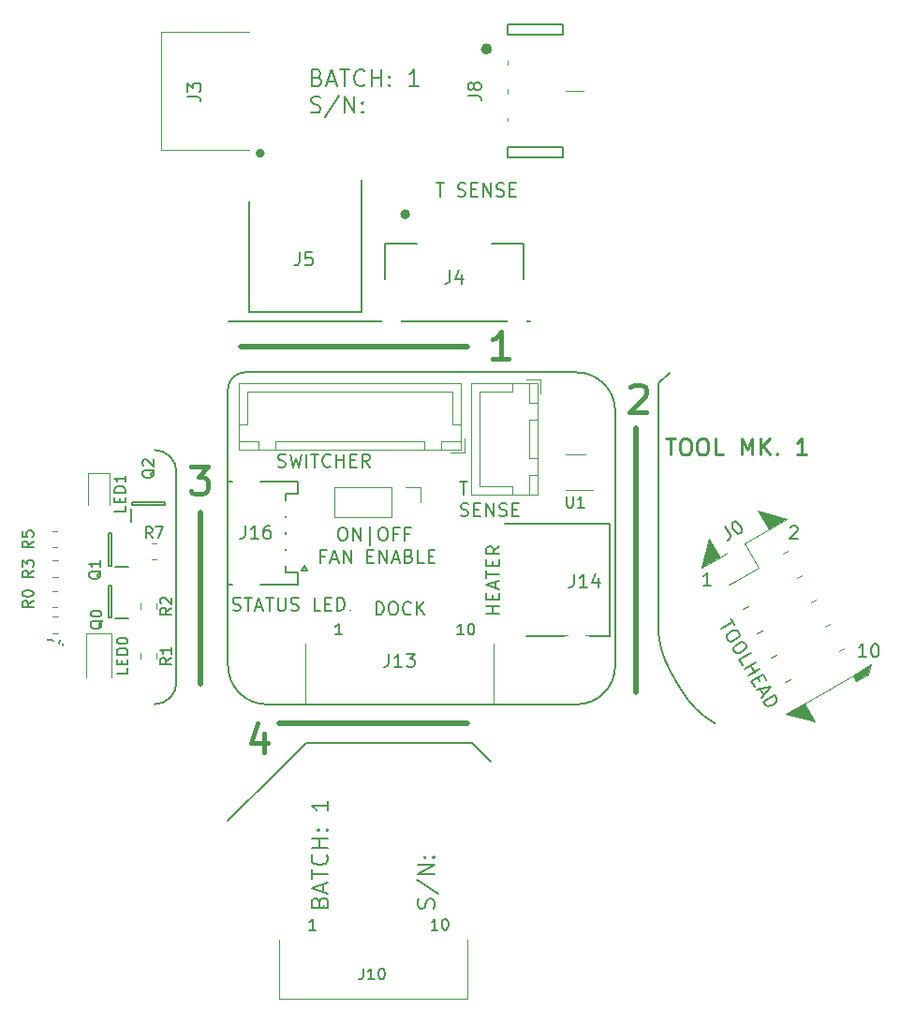
<source format=gbr>
%TF.GenerationSoftware,KiCad,Pcbnew,(5.1.9)-1*%
%TF.CreationDate,2021-02-18T14:55:37+00:00*%
%TF.ProjectId,toolboards - assembly_final,746f6f6c-626f-4617-9264-73202d206173,rev?*%
%TF.SameCoordinates,Original*%
%TF.FileFunction,Legend,Top*%
%TF.FilePolarity,Positive*%
%FSLAX46Y46*%
G04 Gerber Fmt 4.6, Leading zero omitted, Abs format (unit mm)*
G04 Created by KiCad (PCBNEW (5.1.9)-1) date 2021-02-18 14:55:37*
%MOMM*%
%LPD*%
G01*
G04 APERTURE LIST*
%ADD10C,0.400000*%
%ADD11C,0.500000*%
%ADD12C,0.160000*%
%ADD13C,0.150000*%
%ADD14C,0.250000*%
%ADD15C,0.120000*%
%ADD16C,0.200000*%
%ADD17C,0.100000*%
%ADD18R,1.200000X0.650000*%
%ADD19C,3.600000*%
%ADD20C,5.600000*%
%ADD21R,0.650000X1.200000*%
%ADD22R,3.000000X0.700000*%
%ADD23R,1.900000X1.100000*%
%ADD24R,2.200000X2.500000*%
%ADD25R,0.600000X1.800000*%
%ADD26R,1.560000X0.650000*%
%ADD27C,2.000000*%
%ADD28C,1.550000*%
%ADD29R,8.000000X1.800000*%
%ADD30C,2.475000*%
%ADD31R,2.475000X2.475000*%
%ADD32R,1.300000X4.500000*%
%ADD33R,1.800000X3.900000*%
%ADD34C,3.100000*%
%ADD35C,4.700000*%
%ADD36O,1.700000X1.700000*%
%ADD37R,1.700000X1.700000*%
%ADD38O,1.950000X1.700000*%
%ADD39O,1.700000X1.950000*%
%ADD40C,1.650000*%
%ADD41R,1.650000X1.650000*%
G04 APERTURE END LIST*
D10*
X143732190Y-100048285D02*
X143732190Y-101714952D01*
X143136952Y-99095904D02*
X142541714Y-100881619D01*
X144089333Y-100881619D01*
X137088666Y-75846952D02*
X138636285Y-75846952D01*
X137802952Y-76799333D01*
X138160095Y-76799333D01*
X138398190Y-76918380D01*
X138517238Y-77037428D01*
X138636285Y-77275523D01*
X138636285Y-77870761D01*
X138517238Y-78108857D01*
X138398190Y-78227904D01*
X138160095Y-78346952D01*
X137445809Y-78346952D01*
X137207714Y-78227904D01*
X137088666Y-78108857D01*
X176831714Y-68719047D02*
X176950761Y-68600000D01*
X177188857Y-68480952D01*
X177784095Y-68480952D01*
X178022190Y-68600000D01*
X178141238Y-68719047D01*
X178260285Y-68957142D01*
X178260285Y-69195238D01*
X178141238Y-69552380D01*
X176712666Y-70980952D01*
X178260285Y-70980952D01*
X165814285Y-66154952D02*
X164385714Y-66154952D01*
X165100000Y-66154952D02*
X165100000Y-63654952D01*
X164861904Y-64012095D01*
X164623809Y-64250190D01*
X164385714Y-64369238D01*
D11*
X162052000Y-99060000D02*
X145034000Y-99060000D01*
X137922000Y-95504000D02*
X137922000Y-80010000D01*
X141605000Y-65024000D02*
X162052000Y-65024000D01*
X177292000Y-72390000D02*
X177292000Y-96266000D01*
D12*
X143957000Y-97373000D02*
X171957000Y-97373000D01*
X171957000Y-67373000D02*
G75*
G02*
X175457000Y-70873000I0J-3500000D01*
G01*
X171957000Y-67373000D02*
X141957000Y-67373000D01*
X140457000Y-68873000D02*
G75*
G02*
X141957000Y-67373000I1500000J0D01*
G01*
X140462000Y-62738000D02*
X167762000Y-62738000D01*
D13*
X184111857Y-86623857D02*
X183426142Y-86623857D01*
X183769000Y-86623857D02*
X183769000Y-85423857D01*
X183654714Y-85595285D01*
X183540428Y-85709571D01*
X183426142Y-85766714D01*
D14*
X180010357Y-73321571D02*
X180867500Y-73321571D01*
X180438928Y-74821571D02*
X180438928Y-73321571D01*
X181653214Y-73321571D02*
X181938928Y-73321571D01*
X182081785Y-73393000D01*
X182224642Y-73535857D01*
X182296071Y-73821571D01*
X182296071Y-74321571D01*
X182224642Y-74607285D01*
X182081785Y-74750142D01*
X181938928Y-74821571D01*
X181653214Y-74821571D01*
X181510357Y-74750142D01*
X181367500Y-74607285D01*
X181296071Y-74321571D01*
X181296071Y-73821571D01*
X181367500Y-73535857D01*
X181510357Y-73393000D01*
X181653214Y-73321571D01*
X183224642Y-73321571D02*
X183510357Y-73321571D01*
X183653214Y-73393000D01*
X183796071Y-73535857D01*
X183867500Y-73821571D01*
X183867500Y-74321571D01*
X183796071Y-74607285D01*
X183653214Y-74750142D01*
X183510357Y-74821571D01*
X183224642Y-74821571D01*
X183081785Y-74750142D01*
X182938928Y-74607285D01*
X182867500Y-74321571D01*
X182867500Y-73821571D01*
X182938928Y-73535857D01*
X183081785Y-73393000D01*
X183224642Y-73321571D01*
X185224642Y-74821571D02*
X184510357Y-74821571D01*
X184510357Y-73321571D01*
X186867500Y-74821571D02*
X186867500Y-73321571D01*
X187367500Y-74393000D01*
X187867500Y-73321571D01*
X187867500Y-74821571D01*
X188581785Y-74821571D02*
X188581785Y-73321571D01*
X189438928Y-74821571D02*
X188796071Y-73964428D01*
X189438928Y-73321571D02*
X188581785Y-74178714D01*
X190081785Y-74678714D02*
X190153214Y-74750142D01*
X190081785Y-74821571D01*
X190010357Y-74750142D01*
X190081785Y-74678714D01*
X190081785Y-74821571D01*
X192724642Y-74821571D02*
X191867500Y-74821571D01*
X192296071Y-74821571D02*
X192296071Y-73321571D01*
X192153214Y-73535857D01*
X192010357Y-73678714D01*
X191867500Y-73750142D01*
D13*
X191300142Y-81347142D02*
X191357285Y-81290000D01*
X191471571Y-81232857D01*
X191757285Y-81232857D01*
X191871571Y-81290000D01*
X191928714Y-81347142D01*
X191985857Y-81461428D01*
X191985857Y-81575714D01*
X191928714Y-81747142D01*
X191243000Y-82432857D01*
X191985857Y-82432857D01*
X198145428Y-93100857D02*
X197459714Y-93100857D01*
X197802571Y-93100857D02*
X197802571Y-91900857D01*
X197688285Y-92072285D01*
X197574000Y-92186571D01*
X197459714Y-92243714D01*
X198888285Y-91900857D02*
X199002571Y-91900857D01*
X199116857Y-91958000D01*
X199174000Y-92015142D01*
X199231142Y-92129428D01*
X199288285Y-92358000D01*
X199288285Y-92643714D01*
X199231142Y-92872285D01*
X199174000Y-92986571D01*
X199116857Y-93043714D01*
X199002571Y-93100857D01*
X198888285Y-93100857D01*
X198774000Y-93043714D01*
X198716857Y-92986571D01*
X198659714Y-92872285D01*
X198602571Y-92643714D01*
X198602571Y-92358000D01*
X198659714Y-92129428D01*
X198716857Y-92015142D01*
X198774000Y-91958000D01*
X198888285Y-91900857D01*
X161374785Y-77234857D02*
X162060500Y-77234857D01*
X161717642Y-78434857D02*
X161717642Y-77234857D01*
X161489071Y-80327714D02*
X161660500Y-80384857D01*
X161946214Y-80384857D01*
X162060500Y-80327714D01*
X162117642Y-80270571D01*
X162174785Y-80156285D01*
X162174785Y-80042000D01*
X162117642Y-79927714D01*
X162060500Y-79870571D01*
X161946214Y-79813428D01*
X161717642Y-79756285D01*
X161603357Y-79699142D01*
X161546214Y-79642000D01*
X161489071Y-79527714D01*
X161489071Y-79413428D01*
X161546214Y-79299142D01*
X161603357Y-79242000D01*
X161717642Y-79184857D01*
X162003357Y-79184857D01*
X162174785Y-79242000D01*
X162689071Y-79756285D02*
X163089071Y-79756285D01*
X163260500Y-80384857D02*
X162689071Y-80384857D01*
X162689071Y-79184857D01*
X163260500Y-79184857D01*
X163774785Y-80384857D02*
X163774785Y-79184857D01*
X164460500Y-80384857D01*
X164460500Y-79184857D01*
X164974785Y-80327714D02*
X165146214Y-80384857D01*
X165431928Y-80384857D01*
X165546214Y-80327714D01*
X165603357Y-80270571D01*
X165660500Y-80156285D01*
X165660500Y-80042000D01*
X165603357Y-79927714D01*
X165546214Y-79870571D01*
X165431928Y-79813428D01*
X165203357Y-79756285D01*
X165089071Y-79699142D01*
X165031928Y-79642000D01*
X164974785Y-79527714D01*
X164974785Y-79413428D01*
X165031928Y-79299142D01*
X165089071Y-79242000D01*
X165203357Y-79184857D01*
X165489071Y-79184857D01*
X165660500Y-79242000D01*
X166174785Y-79756285D02*
X166574785Y-79756285D01*
X166746214Y-80384857D02*
X166174785Y-80384857D01*
X166174785Y-79184857D01*
X166746214Y-79184857D01*
X150698571Y-81384857D02*
X150927142Y-81384857D01*
X151041428Y-81442000D01*
X151155714Y-81556285D01*
X151212857Y-81784857D01*
X151212857Y-82184857D01*
X151155714Y-82413428D01*
X151041428Y-82527714D01*
X150927142Y-82584857D01*
X150698571Y-82584857D01*
X150584285Y-82527714D01*
X150470000Y-82413428D01*
X150412857Y-82184857D01*
X150412857Y-81784857D01*
X150470000Y-81556285D01*
X150584285Y-81442000D01*
X150698571Y-81384857D01*
X151727142Y-82584857D02*
X151727142Y-81384857D01*
X152412857Y-82584857D01*
X152412857Y-81384857D01*
X153270000Y-82984857D02*
X153270000Y-81270571D01*
X154355714Y-81384857D02*
X154584285Y-81384857D01*
X154698571Y-81442000D01*
X154812857Y-81556285D01*
X154870000Y-81784857D01*
X154870000Y-82184857D01*
X154812857Y-82413428D01*
X154698571Y-82527714D01*
X154584285Y-82584857D01*
X154355714Y-82584857D01*
X154241428Y-82527714D01*
X154127142Y-82413428D01*
X154070000Y-82184857D01*
X154070000Y-81784857D01*
X154127142Y-81556285D01*
X154241428Y-81442000D01*
X154355714Y-81384857D01*
X155784285Y-81956285D02*
X155384285Y-81956285D01*
X155384285Y-82584857D02*
X155384285Y-81384857D01*
X155955714Y-81384857D01*
X156812857Y-81956285D02*
X156412857Y-81956285D01*
X156412857Y-82584857D02*
X156412857Y-81384857D01*
X156984285Y-81384857D01*
X148708857Y-115242357D02*
X148780285Y-115028071D01*
X148851714Y-114956642D01*
X148994571Y-114885214D01*
X149208857Y-114885214D01*
X149351714Y-114956642D01*
X149423142Y-115028071D01*
X149494571Y-115170928D01*
X149494571Y-115742357D01*
X147994571Y-115742357D01*
X147994571Y-115242357D01*
X148066000Y-115099500D01*
X148137428Y-115028071D01*
X148280285Y-114956642D01*
X148423142Y-114956642D01*
X148566000Y-115028071D01*
X148637428Y-115099500D01*
X148708857Y-115242357D01*
X148708857Y-115742357D01*
X149066000Y-114313785D02*
X149066000Y-113599500D01*
X149494571Y-114456642D02*
X147994571Y-113956642D01*
X149494571Y-113456642D01*
X147994571Y-113170928D02*
X147994571Y-112313785D01*
X149494571Y-112742357D02*
X147994571Y-112742357D01*
X149351714Y-110956642D02*
X149423142Y-111028071D01*
X149494571Y-111242357D01*
X149494571Y-111385214D01*
X149423142Y-111599500D01*
X149280285Y-111742357D01*
X149137428Y-111813785D01*
X148851714Y-111885214D01*
X148637428Y-111885214D01*
X148351714Y-111813785D01*
X148208857Y-111742357D01*
X148066000Y-111599500D01*
X147994571Y-111385214D01*
X147994571Y-111242357D01*
X148066000Y-111028071D01*
X148137428Y-110956642D01*
X149494571Y-110313785D02*
X147994571Y-110313785D01*
X148708857Y-110313785D02*
X148708857Y-109456642D01*
X149494571Y-109456642D02*
X147994571Y-109456642D01*
X149351714Y-108742357D02*
X149423142Y-108670928D01*
X149494571Y-108742357D01*
X149423142Y-108813785D01*
X149351714Y-108742357D01*
X149494571Y-108742357D01*
X148566000Y-108742357D02*
X148637428Y-108670928D01*
X148708857Y-108742357D01*
X148637428Y-108813785D01*
X148566000Y-108742357D01*
X148708857Y-108742357D01*
X149494571Y-106099500D02*
X149494571Y-106956642D01*
X149494571Y-106528071D02*
X147994571Y-106528071D01*
X148208857Y-106670928D01*
X148351714Y-106813785D01*
X148423142Y-106956642D01*
X159023142Y-115813785D02*
X159094571Y-115599500D01*
X159094571Y-115242357D01*
X159023142Y-115099500D01*
X158951714Y-115028071D01*
X158808857Y-114956642D01*
X158666000Y-114956642D01*
X158523142Y-115028071D01*
X158451714Y-115099500D01*
X158380285Y-115242357D01*
X158308857Y-115528071D01*
X158237428Y-115670928D01*
X158166000Y-115742357D01*
X158023142Y-115813785D01*
X157880285Y-115813785D01*
X157737428Y-115742357D01*
X157666000Y-115670928D01*
X157594571Y-115528071D01*
X157594571Y-115170928D01*
X157666000Y-114956642D01*
X157523142Y-113242357D02*
X159451714Y-114528071D01*
X159094571Y-112742357D02*
X157594571Y-112742357D01*
X159094571Y-111885214D01*
X157594571Y-111885214D01*
X158951714Y-111170928D02*
X159023142Y-111099500D01*
X159094571Y-111170928D01*
X159023142Y-111242357D01*
X158951714Y-111170928D01*
X159094571Y-111170928D01*
X158166000Y-111170928D02*
X158237428Y-111099500D01*
X158308857Y-111170928D01*
X158237428Y-111242357D01*
X158166000Y-111170928D01*
X158308857Y-111170928D01*
X148528642Y-40729857D02*
X148742928Y-40801285D01*
X148814357Y-40872714D01*
X148885785Y-41015571D01*
X148885785Y-41229857D01*
X148814357Y-41372714D01*
X148742928Y-41444142D01*
X148600071Y-41515571D01*
X148028642Y-41515571D01*
X148028642Y-40015571D01*
X148528642Y-40015571D01*
X148671500Y-40087000D01*
X148742928Y-40158428D01*
X148814357Y-40301285D01*
X148814357Y-40444142D01*
X148742928Y-40587000D01*
X148671500Y-40658428D01*
X148528642Y-40729857D01*
X148028642Y-40729857D01*
X149457214Y-41087000D02*
X150171500Y-41087000D01*
X149314357Y-41515571D02*
X149814357Y-40015571D01*
X150314357Y-41515571D01*
X150600071Y-40015571D02*
X151457214Y-40015571D01*
X151028642Y-41515571D02*
X151028642Y-40015571D01*
X152814357Y-41372714D02*
X152742928Y-41444142D01*
X152528642Y-41515571D01*
X152385785Y-41515571D01*
X152171500Y-41444142D01*
X152028642Y-41301285D01*
X151957214Y-41158428D01*
X151885785Y-40872714D01*
X151885785Y-40658428D01*
X151957214Y-40372714D01*
X152028642Y-40229857D01*
X152171500Y-40087000D01*
X152385785Y-40015571D01*
X152528642Y-40015571D01*
X152742928Y-40087000D01*
X152814357Y-40158428D01*
X153457214Y-41515571D02*
X153457214Y-40015571D01*
X153457214Y-40729857D02*
X154314357Y-40729857D01*
X154314357Y-41515571D02*
X154314357Y-40015571D01*
X155028642Y-41372714D02*
X155100071Y-41444142D01*
X155028642Y-41515571D01*
X154957214Y-41444142D01*
X155028642Y-41372714D01*
X155028642Y-41515571D01*
X155028642Y-40587000D02*
X155100071Y-40658428D01*
X155028642Y-40729857D01*
X154957214Y-40658428D01*
X155028642Y-40587000D01*
X155028642Y-40729857D01*
X157671500Y-41515571D02*
X156814357Y-41515571D01*
X157242928Y-41515571D02*
X157242928Y-40015571D01*
X157100071Y-40229857D01*
X156957214Y-40372714D01*
X156814357Y-40444142D01*
X147957214Y-43844142D02*
X148171500Y-43915571D01*
X148528642Y-43915571D01*
X148671500Y-43844142D01*
X148742928Y-43772714D01*
X148814357Y-43629857D01*
X148814357Y-43487000D01*
X148742928Y-43344142D01*
X148671500Y-43272714D01*
X148528642Y-43201285D01*
X148242928Y-43129857D01*
X148100071Y-43058428D01*
X148028642Y-42987000D01*
X147957214Y-42844142D01*
X147957214Y-42701285D01*
X148028642Y-42558428D01*
X148100071Y-42487000D01*
X148242928Y-42415571D01*
X148600071Y-42415571D01*
X148814357Y-42487000D01*
X150528642Y-42344142D02*
X149242928Y-44272714D01*
X151028642Y-43915571D02*
X151028642Y-42415571D01*
X151885785Y-43915571D01*
X151885785Y-42415571D01*
X152600071Y-43772714D02*
X152671500Y-43844142D01*
X152600071Y-43915571D01*
X152528642Y-43844142D01*
X152600071Y-43772714D01*
X152600071Y-43915571D01*
X152600071Y-42987000D02*
X152671500Y-43058428D01*
X152600071Y-43129857D01*
X152528642Y-43058428D01*
X152600071Y-42987000D01*
X152600071Y-43129857D01*
D12*
X179336000Y-68375000D02*
X179336000Y-90185000D01*
X180336000Y-67375000D02*
X179336000Y-68375000D01*
X180475000Y-94435000D02*
X181375000Y-95994000D01*
X175457000Y-93873000D02*
X175457000Y-70873000D01*
X140457000Y-68873000D02*
X140457000Y-93873000D01*
X135797000Y-95373000D02*
X135797000Y-76373000D01*
X144957000Y-103377000D02*
X140457000Y-107877000D01*
X147500000Y-100834000D02*
X162487000Y-100834000D01*
X144957000Y-103377000D02*
X147500000Y-100834000D01*
X162487000Y-100834000D02*
X164237000Y-102584000D01*
X180474784Y-94435000D02*
G75*
G02*
X179336000Y-90185000I7361216J4250000D01*
G01*
X184486187Y-99105108D02*
G75*
G02*
X181375000Y-95994000I4249813J7361108D01*
G01*
X143957000Y-97373000D02*
G75*
G02*
X140457000Y-93873000I0J3500000D01*
G01*
X175457000Y-93873000D02*
G75*
G02*
X171957000Y-97373000I-3500000J0D01*
G01*
X135797000Y-95373000D02*
G75*
G02*
X133797000Y-97373000I-2000000J0D01*
G01*
X133797000Y-74373000D02*
G75*
G02*
X135797000Y-76373000I0J-2000000D01*
G01*
D15*
%TO.C,R0*%
X124589436Y-88594000D02*
X125043564Y-88594000D01*
X124589436Y-87124000D02*
X125043564Y-87124000D01*
%TO.C,R3*%
X125068064Y-84384000D02*
X124613936Y-84384000D01*
X125068064Y-85854000D02*
X124613936Y-85854000D01*
%TO.C,LED1*%
X127837000Y-76513000D02*
X127837000Y-79373000D01*
X129757000Y-76513000D02*
X127837000Y-76513000D01*
X129757000Y-79373000D02*
X129757000Y-76513000D01*
%TO.C,R1*%
X132527000Y-92765936D02*
X132527000Y-93220064D01*
X133997000Y-92765936D02*
X133997000Y-93220064D01*
%TO.C,LED0*%
X127662000Y-90913000D02*
X127662000Y-94973000D01*
X129932000Y-90913000D02*
X127662000Y-90913000D01*
X129932000Y-94973000D02*
X129932000Y-90913000D01*
D16*
%TO.C,Q0*%
X129897000Y-89499500D02*
X129697000Y-89499500D01*
X129697000Y-89499500D02*
X129697000Y-86599500D01*
X129697000Y-86599500D02*
X129897000Y-86599500D01*
X129897000Y-86599500D02*
X129897000Y-89499500D01*
X131447000Y-89584500D02*
X130247000Y-89584500D01*
D15*
%TO.C,R5*%
X125043564Y-81726500D02*
X124589436Y-81726500D01*
X125043564Y-83196500D02*
X124589436Y-83196500D01*
%TO.C,R4*%
X125068064Y-89464000D02*
X124613936Y-89464000D01*
X125068064Y-90934000D02*
X124613936Y-90934000D01*
%TO.C,R2*%
X133997000Y-88266936D02*
X133997000Y-88721064D01*
X132527000Y-88266936D02*
X132527000Y-88721064D01*
D16*
%TO.C,Q2*%
X131727000Y-80873000D02*
X131727000Y-79673000D01*
X134712000Y-79323000D02*
X131812000Y-79323000D01*
X134712000Y-79123000D02*
X134712000Y-79323000D01*
X131812000Y-79123000D02*
X134712000Y-79123000D01*
X131812000Y-79323000D02*
X131812000Y-79123000D01*
D15*
%TO.C,R7*%
X133542936Y-82806000D02*
X133997064Y-82806000D01*
X133542936Y-84276000D02*
X133997064Y-84276000D01*
D16*
%TO.C,Q1*%
X131447000Y-84908000D02*
X130247000Y-84908000D01*
X129897000Y-81923000D02*
X129897000Y-84823000D01*
X129697000Y-81923000D02*
X129897000Y-81923000D01*
X129697000Y-84823000D02*
X129697000Y-81923000D01*
X129897000Y-84823000D02*
X129697000Y-84823000D01*
%TO.C,J16*%
X145637000Y-80438000D02*
X145637000Y-80338000D01*
X145637000Y-81938000D02*
X145637000Y-81838000D01*
X145637000Y-83438000D02*
X145637000Y-83338000D01*
X145637000Y-78938000D02*
X145637000Y-78338000D01*
X145637000Y-85438000D02*
X145637000Y-84838000D01*
X145637000Y-78338000D02*
X146737000Y-78338000D01*
X146737000Y-78338000D02*
X146737000Y-77238000D01*
X143337000Y-77238000D02*
X146737000Y-77238000D01*
X145637000Y-85438000D02*
X146737000Y-85438000D01*
X140437000Y-77238000D02*
X140837000Y-77238000D01*
X143337000Y-86538000D02*
X146737000Y-86538000D01*
X140437000Y-77238000D02*
X140437000Y-86538000D01*
X140437000Y-86538000D02*
X140837000Y-86538000D01*
X146737000Y-85438000D02*
X146737000Y-86538000D01*
X147099000Y-85281000D02*
X147353000Y-84900000D01*
X147353000Y-84900000D02*
X147607000Y-85281000D01*
X147607000Y-85281000D02*
X147099000Y-85281000D01*
%TO.C,J13*%
X151506000Y-88873000D02*
G75*
G03*
X151506000Y-88873000I-50000J0D01*
G01*
D17*
X147456000Y-97323000D02*
X147456000Y-91923000D01*
X164456000Y-97323000D02*
X147456000Y-97323000D01*
X164456000Y-91923000D02*
X164456000Y-97323000D01*
%TO.C,J10*%
X162098000Y-118605000D02*
X162098000Y-124005000D01*
X162098000Y-124005000D02*
X145098000Y-124005000D01*
X145098000Y-124005000D02*
X145098000Y-118605000D01*
D16*
X149148000Y-115555000D02*
G75*
G03*
X149148000Y-115555000I-50000J0D01*
G01*
D15*
%TO.C,U1*%
X170958000Y-78039000D02*
X173408000Y-78039000D01*
X172758000Y-74819000D02*
X170958000Y-74819000D01*
D17*
%TO.C,J3*%
X142387000Y-47293000D02*
X134377000Y-47293000D01*
X134377000Y-47293000D02*
X134377000Y-36623000D01*
X134377000Y-36623000D02*
X142387000Y-36623000D01*
D10*
X143562000Y-47568000D02*
G75*
G03*
X143562000Y-47568000I-200000J0D01*
G01*
D11*
%TO.C,J8*%
X164072000Y-38148000D02*
G75*
G03*
X164072000Y-38148000I-254000J0D01*
G01*
D13*
X170763000Y-36878000D02*
X165763000Y-36878000D01*
X165763000Y-47038000D02*
X170763000Y-47038000D01*
X165763000Y-47958000D02*
X170763000Y-47958000D01*
X165763000Y-35958000D02*
X170763000Y-35958000D01*
X165763000Y-35958000D02*
X165763000Y-36878000D01*
X170763000Y-35958000D02*
X170763000Y-36878000D01*
X170763000Y-47038000D02*
X170763000Y-47958000D01*
X165763000Y-47038000D02*
X165763000Y-47958000D01*
D15*
X165763000Y-39258000D02*
X165763000Y-39558000D01*
X165752000Y-41758000D02*
X165752000Y-42158000D01*
X165763000Y-44358000D02*
X165763000Y-44658000D01*
X170952000Y-41958000D02*
X172552000Y-41958000D01*
D16*
%TO.C,J5*%
X142367000Y-51943000D02*
X142367000Y-61943000D01*
X142367000Y-61943000D02*
X152527000Y-61943000D01*
X152527000Y-61943000D02*
X152527000Y-49943000D01*
%TO.C,J4*%
X156409000Y-62763000D02*
X165409000Y-62763000D01*
X154659000Y-55763000D02*
X154659000Y-58956000D01*
X154659000Y-55763000D02*
X157521000Y-55763000D01*
X167159000Y-55763000D02*
X164300000Y-55763000D01*
X167159000Y-55763000D02*
X167159000Y-58956000D01*
D11*
X156664000Y-53086000D02*
G75*
G03*
X156664000Y-53086000I-200000J0D01*
G01*
D15*
%TO.C,JP1*%
X157827000Y-77766000D02*
X157827000Y-79096000D01*
X156497000Y-77766000D02*
X157827000Y-77766000D01*
X155227000Y-77766000D02*
X155227000Y-80426000D01*
X155227000Y-80426000D02*
X150087000Y-80426000D01*
X155227000Y-77766000D02*
X150087000Y-77766000D01*
X150087000Y-77766000D02*
X150087000Y-80426000D01*
D16*
%TO.C,J14*%
X167457000Y-91183000D02*
X174957000Y-91183000D01*
X174957000Y-91183000D02*
X174957000Y-81023000D01*
X174957000Y-81023000D02*
X165457000Y-81023000D01*
D15*
%TO.C,J15*%
X168417000Y-68313000D02*
X162447000Y-68313000D01*
X162447000Y-68313000D02*
X162447000Y-78433000D01*
X162447000Y-78433000D02*
X168417000Y-78433000D01*
X168417000Y-78433000D02*
X168417000Y-68313000D01*
X168407000Y-71623000D02*
X167657000Y-71623000D01*
X167657000Y-71623000D02*
X167657000Y-75123000D01*
X167657000Y-75123000D02*
X168407000Y-75123000D01*
X168407000Y-75123000D02*
X168407000Y-71623000D01*
X168407000Y-68323000D02*
X167657000Y-68323000D01*
X167657000Y-68323000D02*
X167657000Y-70123000D01*
X167657000Y-70123000D02*
X168407000Y-70123000D01*
X168407000Y-70123000D02*
X168407000Y-68323000D01*
X168407000Y-76623000D02*
X167657000Y-76623000D01*
X167657000Y-76623000D02*
X167657000Y-78423000D01*
X167657000Y-78423000D02*
X168407000Y-78423000D01*
X168407000Y-78423000D02*
X168407000Y-76623000D01*
X166157000Y-68323000D02*
X166157000Y-69073000D01*
X166157000Y-69073000D02*
X163207000Y-69073000D01*
X163207000Y-69073000D02*
X163207000Y-73373000D01*
X166157000Y-78423000D02*
X166157000Y-77673000D01*
X166157000Y-77673000D02*
X163207000Y-77673000D01*
X163207000Y-77673000D02*
X163207000Y-73373000D01*
X168707000Y-69273000D02*
X168707000Y-68023000D01*
X168707000Y-68023000D02*
X167457000Y-68023000D01*
%TO.C,J12*%
X161517000Y-74333000D02*
X161517000Y-68363000D01*
X161517000Y-68363000D02*
X141397000Y-68363000D01*
X141397000Y-68363000D02*
X141397000Y-74333000D01*
X141397000Y-74333000D02*
X161517000Y-74333000D01*
X158207000Y-74323000D02*
X158207000Y-73573000D01*
X158207000Y-73573000D02*
X144707000Y-73573000D01*
X144707000Y-73573000D02*
X144707000Y-74323000D01*
X144707000Y-74323000D02*
X158207000Y-74323000D01*
X161507000Y-74323000D02*
X161507000Y-73573000D01*
X161507000Y-73573000D02*
X159707000Y-73573000D01*
X159707000Y-73573000D02*
X159707000Y-74323000D01*
X159707000Y-74323000D02*
X161507000Y-74323000D01*
X143207000Y-74323000D02*
X143207000Y-73573000D01*
X143207000Y-73573000D02*
X141407000Y-73573000D01*
X141407000Y-73573000D02*
X141407000Y-74323000D01*
X141407000Y-74323000D02*
X143207000Y-74323000D01*
X161507000Y-72073000D02*
X160757000Y-72073000D01*
X160757000Y-72073000D02*
X160757000Y-69123000D01*
X160757000Y-69123000D02*
X151457000Y-69123000D01*
X141407000Y-72073000D02*
X142157000Y-72073000D01*
X142157000Y-72073000D02*
X142157000Y-69123000D01*
X142157000Y-69123000D02*
X151457000Y-69123000D01*
X160557000Y-74623000D02*
X161807000Y-74623000D01*
X161807000Y-74623000D02*
X161807000Y-73373000D01*
D17*
%TO.C,J0*%
G36*
X198347252Y-94655536D02*
G01*
X197247400Y-95290536D01*
X196929900Y-94740610D01*
X198579678Y-93788110D01*
X198347252Y-94655536D01*
G37*
X198347252Y-94655536D02*
X197247400Y-95290536D01*
X196929900Y-94740610D01*
X198579678Y-93788110D01*
X198347252Y-94655536D01*
G36*
X189309900Y-81542382D02*
G01*
X188357400Y-79892604D01*
X190959678Y-80589882D01*
X189309900Y-81542382D01*
G37*
X189309900Y-81542382D02*
X188357400Y-79892604D01*
X190959678Y-80589882D01*
X189309900Y-81542382D01*
G36*
X183260712Y-85034882D02*
G01*
X183957990Y-82432604D01*
X184910490Y-84082382D01*
X183260712Y-85034882D01*
G37*
X183260712Y-85034882D02*
X183957990Y-82432604D01*
X184910490Y-84082382D01*
X183260712Y-85034882D01*
G36*
X190880712Y-98233110D02*
G01*
X192530490Y-97280610D01*
X193482990Y-98930388D01*
X190880712Y-98233110D01*
G37*
X190880712Y-98233110D02*
X192530490Y-97280610D01*
X193482990Y-98930388D01*
X190880712Y-98233110D01*
D15*
X185570402Y-83701382D02*
X184910490Y-84082382D01*
X184910490Y-84082382D02*
X185570402Y-83701382D01*
X188380195Y-85012087D02*
X186180490Y-86282087D01*
X187110195Y-82812382D02*
X188380195Y-85012087D01*
X187110195Y-82812382D02*
X189309900Y-81542382D01*
X196929900Y-94740610D02*
X192530490Y-97280610D01*
X190579900Y-83742087D02*
X191019840Y-83488087D01*
X186180490Y-86282087D02*
X185740550Y-86536087D01*
X191849900Y-85941791D02*
X192289840Y-85687791D01*
X193119900Y-88141496D02*
X193559840Y-87887496D01*
X194389900Y-90341201D02*
X194829840Y-90087201D01*
X195659900Y-92540905D02*
X196099840Y-92286905D01*
X191260490Y-95080905D02*
X190820550Y-95334905D01*
X189990490Y-92881201D02*
X189550550Y-93135201D01*
X188720490Y-90681496D02*
X188280550Y-90935496D01*
X187450490Y-88481791D02*
X187010550Y-88735791D01*
%TO.C,R0*%
D13*
X122855880Y-88025666D02*
X122379690Y-88359000D01*
X122855880Y-88597095D02*
X121855880Y-88597095D01*
X121855880Y-88216142D01*
X121903500Y-88120904D01*
X121951119Y-88073285D01*
X122046357Y-88025666D01*
X122189214Y-88025666D01*
X122284452Y-88073285D01*
X122332071Y-88120904D01*
X122379690Y-88216142D01*
X122379690Y-88597095D01*
X121855880Y-87406619D02*
X121855880Y-87311380D01*
X121903500Y-87216142D01*
X121951119Y-87168523D01*
X122046357Y-87120904D01*
X122236833Y-87073285D01*
X122474928Y-87073285D01*
X122665404Y-87120904D01*
X122760642Y-87168523D01*
X122808261Y-87216142D01*
X122855880Y-87311380D01*
X122855880Y-87406619D01*
X122808261Y-87501857D01*
X122760642Y-87549476D01*
X122665404Y-87597095D01*
X122474928Y-87644714D01*
X122236833Y-87644714D01*
X122046357Y-87597095D01*
X121951119Y-87549476D01*
X121903500Y-87501857D01*
X121855880Y-87406619D01*
%TO.C,R3*%
X122880380Y-85285666D02*
X122404190Y-85619000D01*
X122880380Y-85857095D02*
X121880380Y-85857095D01*
X121880380Y-85476142D01*
X121928000Y-85380904D01*
X121975619Y-85333285D01*
X122070857Y-85285666D01*
X122213714Y-85285666D01*
X122308952Y-85333285D01*
X122356571Y-85380904D01*
X122404190Y-85476142D01*
X122404190Y-85857095D01*
X121880380Y-84952333D02*
X121880380Y-84333285D01*
X122261333Y-84666619D01*
X122261333Y-84523761D01*
X122308952Y-84428523D01*
X122356571Y-84380904D01*
X122451809Y-84333285D01*
X122689904Y-84333285D01*
X122785142Y-84380904D01*
X122832761Y-84428523D01*
X122880380Y-84523761D01*
X122880380Y-84809476D01*
X122832761Y-84904714D01*
X122785142Y-84952333D01*
%TO.C,LED1*%
X131174380Y-79453047D02*
X131174380Y-79929238D01*
X130174380Y-79929238D01*
X130650571Y-79119714D02*
X130650571Y-78786380D01*
X131174380Y-78643523D02*
X131174380Y-79119714D01*
X130174380Y-79119714D01*
X130174380Y-78643523D01*
X131174380Y-78214952D02*
X130174380Y-78214952D01*
X130174380Y-77976857D01*
X130222000Y-77834000D01*
X130317238Y-77738761D01*
X130412476Y-77691142D01*
X130602952Y-77643523D01*
X130745809Y-77643523D01*
X130936285Y-77691142D01*
X131031523Y-77738761D01*
X131126761Y-77834000D01*
X131174380Y-77976857D01*
X131174380Y-78214952D01*
X131174380Y-76691142D02*
X131174380Y-77262571D01*
X131174380Y-76976857D02*
X130174380Y-76976857D01*
X130317238Y-77072095D01*
X130412476Y-77167333D01*
X130460095Y-77262571D01*
%TO.C,R1*%
X135326380Y-93159666D02*
X134850190Y-93493000D01*
X135326380Y-93731095D02*
X134326380Y-93731095D01*
X134326380Y-93350142D01*
X134374000Y-93254904D01*
X134421619Y-93207285D01*
X134516857Y-93159666D01*
X134659714Y-93159666D01*
X134754952Y-93207285D01*
X134802571Y-93254904D01*
X134850190Y-93350142D01*
X134850190Y-93731095D01*
X135326380Y-92207285D02*
X135326380Y-92778714D01*
X135326380Y-92493000D02*
X134326380Y-92493000D01*
X134469238Y-92588238D01*
X134564476Y-92683476D01*
X134612095Y-92778714D01*
%TO.C,LED0*%
X131389380Y-94112047D02*
X131389380Y-94588238D01*
X130389380Y-94588238D01*
X130865571Y-93778714D02*
X130865571Y-93445380D01*
X131389380Y-93302523D02*
X131389380Y-93778714D01*
X130389380Y-93778714D01*
X130389380Y-93302523D01*
X131389380Y-92873952D02*
X130389380Y-92873952D01*
X130389380Y-92635857D01*
X130437000Y-92493000D01*
X130532238Y-92397761D01*
X130627476Y-92350142D01*
X130817952Y-92302523D01*
X130960809Y-92302523D01*
X131151285Y-92350142D01*
X131246523Y-92397761D01*
X131341761Y-92493000D01*
X131389380Y-92635857D01*
X131389380Y-92873952D01*
X130389380Y-91683476D02*
X130389380Y-91588238D01*
X130437000Y-91493000D01*
X130484619Y-91445380D01*
X130579857Y-91397761D01*
X130770333Y-91350142D01*
X131008428Y-91350142D01*
X131198904Y-91397761D01*
X131294142Y-91445380D01*
X131341761Y-91493000D01*
X131389380Y-91588238D01*
X131389380Y-91683476D01*
X131341761Y-91778714D01*
X131294142Y-91826333D01*
X131198904Y-91873952D01*
X131008428Y-91921571D01*
X130770333Y-91921571D01*
X130579857Y-91873952D01*
X130484619Y-91826333D01*
X130437000Y-91778714D01*
X130389380Y-91683476D01*
%TO.C,Q0*%
X129110619Y-89789738D02*
X129063000Y-89884976D01*
X128967761Y-89980214D01*
X128824904Y-90123071D01*
X128777285Y-90218309D01*
X128777285Y-90313547D01*
X129015380Y-90265928D02*
X128967761Y-90361166D01*
X128872523Y-90456404D01*
X128682047Y-90504023D01*
X128348714Y-90504023D01*
X128158238Y-90456404D01*
X128063000Y-90361166D01*
X128015380Y-90265928D01*
X128015380Y-90075452D01*
X128063000Y-89980214D01*
X128158238Y-89884976D01*
X128348714Y-89837357D01*
X128682047Y-89837357D01*
X128872523Y-89884976D01*
X128967761Y-89980214D01*
X129015380Y-90075452D01*
X129015380Y-90265928D01*
X128015380Y-89218309D02*
X128015380Y-89123071D01*
X128063000Y-89027833D01*
X128110619Y-88980214D01*
X128205857Y-88932595D01*
X128396333Y-88884976D01*
X128634428Y-88884976D01*
X128824904Y-88932595D01*
X128920142Y-88980214D01*
X128967761Y-89027833D01*
X129015380Y-89123071D01*
X129015380Y-89218309D01*
X128967761Y-89313547D01*
X128920142Y-89361166D01*
X128824904Y-89408785D01*
X128634428Y-89456404D01*
X128396333Y-89456404D01*
X128205857Y-89408785D01*
X128110619Y-89361166D01*
X128063000Y-89313547D01*
X128015380Y-89218309D01*
%TO.C,R5*%
X122855880Y-82628166D02*
X122379690Y-82961500D01*
X122855880Y-83199595D02*
X121855880Y-83199595D01*
X121855880Y-82818642D01*
X121903500Y-82723404D01*
X121951119Y-82675785D01*
X122046357Y-82628166D01*
X122189214Y-82628166D01*
X122284452Y-82675785D01*
X122332071Y-82723404D01*
X122379690Y-82818642D01*
X122379690Y-83199595D01*
X121855880Y-81723404D02*
X121855880Y-82199595D01*
X122332071Y-82247214D01*
X122284452Y-82199595D01*
X122236833Y-82104357D01*
X122236833Y-81866261D01*
X122284452Y-81771023D01*
X122332071Y-81723404D01*
X122427309Y-81675785D01*
X122665404Y-81675785D01*
X122760642Y-81723404D01*
X122808261Y-81771023D01*
X122855880Y-81866261D01*
X122855880Y-82104357D01*
X122808261Y-82199595D01*
X122760642Y-82247214D01*
%TO.C,R4*%
X124674333Y-92556380D02*
X124341000Y-92080190D01*
X124102904Y-92556380D02*
X124102904Y-91556380D01*
X124483857Y-91556380D01*
X124579095Y-91604000D01*
X124626714Y-91651619D01*
X124674333Y-91746857D01*
X124674333Y-91889714D01*
X124626714Y-91984952D01*
X124579095Y-92032571D01*
X124483857Y-92080190D01*
X124102904Y-92080190D01*
X125531476Y-91889714D02*
X125531476Y-92556380D01*
X125293380Y-91508761D02*
X125055285Y-92223047D01*
X125674333Y-92223047D01*
%TO.C,R2*%
X135326380Y-88660666D02*
X134850190Y-88994000D01*
X135326380Y-89232095D02*
X134326380Y-89232095D01*
X134326380Y-88851142D01*
X134374000Y-88755904D01*
X134421619Y-88708285D01*
X134516857Y-88660666D01*
X134659714Y-88660666D01*
X134754952Y-88708285D01*
X134802571Y-88755904D01*
X134850190Y-88851142D01*
X134850190Y-89232095D01*
X134421619Y-88279714D02*
X134374000Y-88232095D01*
X134326380Y-88136857D01*
X134326380Y-87898761D01*
X134374000Y-87803523D01*
X134421619Y-87755904D01*
X134516857Y-87708285D01*
X134612095Y-87708285D01*
X134754952Y-87755904D01*
X135326380Y-88327333D01*
X135326380Y-87708285D01*
%TO.C,Q2*%
X133809619Y-76143238D02*
X133762000Y-76238476D01*
X133666761Y-76333714D01*
X133523904Y-76476571D01*
X133476285Y-76571809D01*
X133476285Y-76667047D01*
X133714380Y-76619428D02*
X133666761Y-76714666D01*
X133571523Y-76809904D01*
X133381047Y-76857523D01*
X133047714Y-76857523D01*
X132857238Y-76809904D01*
X132762000Y-76714666D01*
X132714380Y-76619428D01*
X132714380Y-76428952D01*
X132762000Y-76333714D01*
X132857238Y-76238476D01*
X133047714Y-76190857D01*
X133381047Y-76190857D01*
X133571523Y-76238476D01*
X133666761Y-76333714D01*
X133714380Y-76428952D01*
X133714380Y-76619428D01*
X132809619Y-75809904D02*
X132762000Y-75762285D01*
X132714380Y-75667047D01*
X132714380Y-75428952D01*
X132762000Y-75333714D01*
X132809619Y-75286095D01*
X132904857Y-75238476D01*
X133000095Y-75238476D01*
X133142952Y-75286095D01*
X133714380Y-75857523D01*
X133714380Y-75238476D01*
%TO.C,R7*%
X133603333Y-82343380D02*
X133270000Y-81867190D01*
X133031904Y-82343380D02*
X133031904Y-81343380D01*
X133412857Y-81343380D01*
X133508095Y-81391000D01*
X133555714Y-81438619D01*
X133603333Y-81533857D01*
X133603333Y-81676714D01*
X133555714Y-81771952D01*
X133508095Y-81819571D01*
X133412857Y-81867190D01*
X133031904Y-81867190D01*
X133936666Y-81343380D02*
X134603333Y-81343380D01*
X134174761Y-82343380D01*
%TO.C,Q1*%
X128983619Y-85287238D02*
X128936000Y-85382476D01*
X128840761Y-85477714D01*
X128697904Y-85620571D01*
X128650285Y-85715809D01*
X128650285Y-85811047D01*
X128888380Y-85763428D02*
X128840761Y-85858666D01*
X128745523Y-85953904D01*
X128555047Y-86001523D01*
X128221714Y-86001523D01*
X128031238Y-85953904D01*
X127936000Y-85858666D01*
X127888380Y-85763428D01*
X127888380Y-85572952D01*
X127936000Y-85477714D01*
X128031238Y-85382476D01*
X128221714Y-85334857D01*
X128555047Y-85334857D01*
X128745523Y-85382476D01*
X128840761Y-85477714D01*
X128888380Y-85572952D01*
X128888380Y-85763428D01*
X128888380Y-84382476D02*
X128888380Y-84953904D01*
X128888380Y-84668190D02*
X127888380Y-84668190D01*
X128031238Y-84763428D01*
X128126476Y-84858666D01*
X128174095Y-84953904D01*
%TO.C,J16*%
X141985571Y-81215857D02*
X141985571Y-82073000D01*
X141928428Y-82244428D01*
X141814142Y-82358714D01*
X141642714Y-82415857D01*
X141528428Y-82415857D01*
X143185571Y-82415857D02*
X142499857Y-82415857D01*
X142842714Y-82415857D02*
X142842714Y-81215857D01*
X142728428Y-81387285D01*
X142614142Y-81501571D01*
X142499857Y-81558714D01*
X144214142Y-81215857D02*
X143985571Y-81215857D01*
X143871285Y-81273000D01*
X143814142Y-81330142D01*
X143699857Y-81501571D01*
X143642714Y-81730142D01*
X143642714Y-82187285D01*
X143699857Y-82301571D01*
X143757000Y-82358714D01*
X143871285Y-82415857D01*
X144099857Y-82415857D01*
X144214142Y-82358714D01*
X144271285Y-82301571D01*
X144328428Y-82187285D01*
X144328428Y-81901571D01*
X144271285Y-81787285D01*
X144214142Y-81730142D01*
X144099857Y-81673000D01*
X143871285Y-81673000D01*
X143757000Y-81730142D01*
X143699857Y-81787285D01*
X143642714Y-81901571D01*
X140892857Y-88858714D02*
X141064285Y-88915857D01*
X141350000Y-88915857D01*
X141464285Y-88858714D01*
X141521428Y-88801571D01*
X141578571Y-88687285D01*
X141578571Y-88573000D01*
X141521428Y-88458714D01*
X141464285Y-88401571D01*
X141350000Y-88344428D01*
X141121428Y-88287285D01*
X141007142Y-88230142D01*
X140950000Y-88173000D01*
X140892857Y-88058714D01*
X140892857Y-87944428D01*
X140950000Y-87830142D01*
X141007142Y-87773000D01*
X141121428Y-87715857D01*
X141407142Y-87715857D01*
X141578571Y-87773000D01*
X141921428Y-87715857D02*
X142607142Y-87715857D01*
X142264285Y-88915857D02*
X142264285Y-87715857D01*
X142950000Y-88573000D02*
X143521428Y-88573000D01*
X142835714Y-88915857D02*
X143235714Y-87715857D01*
X143635714Y-88915857D01*
X143864285Y-87715857D02*
X144550000Y-87715857D01*
X144207142Y-88915857D02*
X144207142Y-87715857D01*
X144950000Y-87715857D02*
X144950000Y-88687285D01*
X145007142Y-88801571D01*
X145064285Y-88858714D01*
X145178571Y-88915857D01*
X145407142Y-88915857D01*
X145521428Y-88858714D01*
X145578571Y-88801571D01*
X145635714Y-88687285D01*
X145635714Y-87715857D01*
X146150000Y-88858714D02*
X146321428Y-88915857D01*
X146607142Y-88915857D01*
X146721428Y-88858714D01*
X146778571Y-88801571D01*
X146835714Y-88687285D01*
X146835714Y-88573000D01*
X146778571Y-88458714D01*
X146721428Y-88401571D01*
X146607142Y-88344428D01*
X146378571Y-88287285D01*
X146264285Y-88230142D01*
X146207142Y-88173000D01*
X146150000Y-88058714D01*
X146150000Y-87944428D01*
X146207142Y-87830142D01*
X146264285Y-87773000D01*
X146378571Y-87715857D01*
X146664285Y-87715857D01*
X146835714Y-87773000D01*
X148835714Y-88915857D02*
X148264285Y-88915857D01*
X148264285Y-87715857D01*
X149235714Y-88287285D02*
X149635714Y-88287285D01*
X149807142Y-88915857D02*
X149235714Y-88915857D01*
X149235714Y-87715857D01*
X149807142Y-87715857D01*
X150321428Y-88915857D02*
X150321428Y-87715857D01*
X150607142Y-87715857D01*
X150778571Y-87773000D01*
X150892857Y-87887285D01*
X150950000Y-88001571D01*
X151007142Y-88230142D01*
X151007142Y-88401571D01*
X150950000Y-88630142D01*
X150892857Y-88744428D01*
X150778571Y-88858714D01*
X150607142Y-88915857D01*
X150321428Y-88915857D01*
%TO.C,J13*%
X154984571Y-92789857D02*
X154984571Y-93647000D01*
X154927428Y-93818428D01*
X154813142Y-93932714D01*
X154641714Y-93989857D01*
X154527428Y-93989857D01*
X156184571Y-93989857D02*
X155498857Y-93989857D01*
X155841714Y-93989857D02*
X155841714Y-92789857D01*
X155727428Y-92961285D01*
X155613142Y-93075571D01*
X155498857Y-93132714D01*
X156584571Y-92789857D02*
X157327428Y-92789857D01*
X156927428Y-93247000D01*
X157098857Y-93247000D01*
X157213142Y-93304142D01*
X157270285Y-93361285D01*
X157327428Y-93475571D01*
X157327428Y-93761285D01*
X157270285Y-93875571D01*
X157213142Y-93932714D01*
X157098857Y-93989857D01*
X156756000Y-93989857D01*
X156641714Y-93932714D01*
X156584571Y-93875571D01*
X153839142Y-89290857D02*
X153839142Y-88090857D01*
X154124857Y-88090857D01*
X154296285Y-88148000D01*
X154410571Y-88262285D01*
X154467714Y-88376571D01*
X154524857Y-88605142D01*
X154524857Y-88776571D01*
X154467714Y-89005142D01*
X154410571Y-89119428D01*
X154296285Y-89233714D01*
X154124857Y-89290857D01*
X153839142Y-89290857D01*
X155267714Y-88090857D02*
X155496285Y-88090857D01*
X155610571Y-88148000D01*
X155724857Y-88262285D01*
X155782000Y-88490857D01*
X155782000Y-88890857D01*
X155724857Y-89119428D01*
X155610571Y-89233714D01*
X155496285Y-89290857D01*
X155267714Y-89290857D01*
X155153428Y-89233714D01*
X155039142Y-89119428D01*
X154982000Y-88890857D01*
X154982000Y-88490857D01*
X155039142Y-88262285D01*
X155153428Y-88148000D01*
X155267714Y-88090857D01*
X156982000Y-89176571D02*
X156924857Y-89233714D01*
X156753428Y-89290857D01*
X156639142Y-89290857D01*
X156467714Y-89233714D01*
X156353428Y-89119428D01*
X156296285Y-89005142D01*
X156239142Y-88776571D01*
X156239142Y-88605142D01*
X156296285Y-88376571D01*
X156353428Y-88262285D01*
X156467714Y-88148000D01*
X156639142Y-88090857D01*
X156753428Y-88090857D01*
X156924857Y-88148000D01*
X156982000Y-88205142D01*
X157496285Y-89290857D02*
X157496285Y-88090857D01*
X158182000Y-89290857D02*
X157667714Y-88605142D01*
X158182000Y-88090857D02*
X157496285Y-88776571D01*
X161765523Y-91075380D02*
X161194095Y-91075380D01*
X161479809Y-91075380D02*
X161479809Y-90075380D01*
X161384571Y-90218238D01*
X161289333Y-90313476D01*
X161194095Y-90361095D01*
X162384571Y-90075380D02*
X162479809Y-90075380D01*
X162575047Y-90123000D01*
X162622666Y-90170619D01*
X162670285Y-90265857D01*
X162717904Y-90456333D01*
X162717904Y-90694428D01*
X162670285Y-90884904D01*
X162622666Y-90980142D01*
X162575047Y-91027761D01*
X162479809Y-91075380D01*
X162384571Y-91075380D01*
X162289333Y-91027761D01*
X162241714Y-90980142D01*
X162194095Y-90884904D01*
X162146476Y-90694428D01*
X162146476Y-90456333D01*
X162194095Y-90265857D01*
X162241714Y-90170619D01*
X162289333Y-90123000D01*
X162384571Y-90075380D01*
X150741714Y-91075380D02*
X150170285Y-91075380D01*
X150456000Y-91075380D02*
X150456000Y-90075380D01*
X150360761Y-90218238D01*
X150265523Y-90313476D01*
X150170285Y-90361095D01*
%TO.C,J10*%
X152679476Y-121237380D02*
X152679476Y-121951666D01*
X152631857Y-122094523D01*
X152536619Y-122189761D01*
X152393761Y-122237380D01*
X152298523Y-122237380D01*
X153679476Y-122237380D02*
X153108047Y-122237380D01*
X153393761Y-122237380D02*
X153393761Y-121237380D01*
X153298523Y-121380238D01*
X153203285Y-121475476D01*
X153108047Y-121523095D01*
X154298523Y-121237380D02*
X154393761Y-121237380D01*
X154489000Y-121285000D01*
X154536619Y-121332619D01*
X154584238Y-121427857D01*
X154631857Y-121618333D01*
X154631857Y-121856428D01*
X154584238Y-122046904D01*
X154536619Y-122142142D01*
X154489000Y-122189761D01*
X154393761Y-122237380D01*
X154298523Y-122237380D01*
X154203285Y-122189761D01*
X154155666Y-122142142D01*
X154108047Y-122046904D01*
X154060428Y-121856428D01*
X154060428Y-121618333D01*
X154108047Y-121427857D01*
X154155666Y-121332619D01*
X154203285Y-121285000D01*
X154298523Y-121237380D01*
X148383714Y-117757380D02*
X147812285Y-117757380D01*
X148098000Y-117757380D02*
X148098000Y-116757380D01*
X148002761Y-116900238D01*
X147907523Y-116995476D01*
X147812285Y-117043095D01*
X159407523Y-117757380D02*
X158836095Y-117757380D01*
X159121809Y-117757380D02*
X159121809Y-116757380D01*
X159026571Y-116900238D01*
X158931333Y-116995476D01*
X158836095Y-117043095D01*
X160026571Y-116757380D02*
X160121809Y-116757380D01*
X160217047Y-116805000D01*
X160264666Y-116852619D01*
X160312285Y-116947857D01*
X160359904Y-117138333D01*
X160359904Y-117376428D01*
X160312285Y-117566904D01*
X160264666Y-117662142D01*
X160217047Y-117709761D01*
X160121809Y-117757380D01*
X160026571Y-117757380D01*
X159931333Y-117709761D01*
X159883714Y-117662142D01*
X159836095Y-117566904D01*
X159788476Y-117376428D01*
X159788476Y-117138333D01*
X159836095Y-116947857D01*
X159883714Y-116852619D01*
X159931333Y-116805000D01*
X160026571Y-116757380D01*
%TO.C,U1*%
X171069095Y-78573380D02*
X171069095Y-79382904D01*
X171116714Y-79478142D01*
X171164333Y-79525761D01*
X171259571Y-79573380D01*
X171450047Y-79573380D01*
X171545285Y-79525761D01*
X171592904Y-79478142D01*
X171640523Y-79382904D01*
X171640523Y-78573380D01*
X172640523Y-79573380D02*
X172069095Y-79573380D01*
X172354809Y-79573380D02*
X172354809Y-78573380D01*
X172259571Y-78716238D01*
X172164333Y-78811476D01*
X172069095Y-78859095D01*
%TO.C,J3*%
X136794857Y-42437000D02*
X137652000Y-42437000D01*
X137823428Y-42494142D01*
X137937714Y-42608428D01*
X137994857Y-42779857D01*
X137994857Y-42894142D01*
X136794857Y-41979857D02*
X136794857Y-41237000D01*
X137252000Y-41637000D01*
X137252000Y-41465571D01*
X137309142Y-41351285D01*
X137366285Y-41294142D01*
X137480571Y-41237000D01*
X137766285Y-41237000D01*
X137880571Y-41294142D01*
X137937714Y-41351285D01*
X137994857Y-41465571D01*
X137994857Y-41808428D01*
X137937714Y-41922714D01*
X137880571Y-41979857D01*
%TO.C,J8*%
X162144857Y-42358000D02*
X163002000Y-42358000D01*
X163173428Y-42415142D01*
X163287714Y-42529428D01*
X163344857Y-42700857D01*
X163344857Y-42815142D01*
X162659142Y-41615142D02*
X162602000Y-41729428D01*
X162544857Y-41786571D01*
X162430571Y-41843714D01*
X162373428Y-41843714D01*
X162259142Y-41786571D01*
X162202000Y-41729428D01*
X162144857Y-41615142D01*
X162144857Y-41386571D01*
X162202000Y-41272285D01*
X162259142Y-41215142D01*
X162373428Y-41158000D01*
X162430571Y-41158000D01*
X162544857Y-41215142D01*
X162602000Y-41272285D01*
X162659142Y-41386571D01*
X162659142Y-41615142D01*
X162716285Y-41729428D01*
X162773428Y-41786571D01*
X162887714Y-41843714D01*
X163116285Y-41843714D01*
X163230571Y-41786571D01*
X163287714Y-41729428D01*
X163344857Y-41615142D01*
X163344857Y-41386571D01*
X163287714Y-41272285D01*
X163230571Y-41215142D01*
X163116285Y-41158000D01*
X162887714Y-41158000D01*
X162773428Y-41215142D01*
X162716285Y-41272285D01*
X162659142Y-41386571D01*
%TO.C,J5*%
X146894600Y-56518257D02*
X146894600Y-57375400D01*
X146837457Y-57546828D01*
X146723171Y-57661114D01*
X146551742Y-57718257D01*
X146437457Y-57718257D01*
X148037457Y-56518257D02*
X147466028Y-56518257D01*
X147408885Y-57089685D01*
X147466028Y-57032542D01*
X147580314Y-56975400D01*
X147866028Y-56975400D01*
X147980314Y-57032542D01*
X148037457Y-57089685D01*
X148094600Y-57203971D01*
X148094600Y-57489685D01*
X148037457Y-57603971D01*
X147980314Y-57661114D01*
X147866028Y-57718257D01*
X147580314Y-57718257D01*
X147466028Y-57661114D01*
X147408885Y-57603971D01*
%TO.C,J4*%
X160509000Y-58143857D02*
X160509000Y-59001000D01*
X160451857Y-59172428D01*
X160337571Y-59286714D01*
X160166142Y-59343857D01*
X160051857Y-59343857D01*
X161594714Y-58543857D02*
X161594714Y-59343857D01*
X161309000Y-58086714D02*
X161023285Y-58943857D01*
X161766142Y-58943857D01*
X159294857Y-50269857D02*
X159980571Y-50269857D01*
X159637714Y-51469857D02*
X159637714Y-50269857D01*
X161237714Y-51412714D02*
X161409142Y-51469857D01*
X161694857Y-51469857D01*
X161809142Y-51412714D01*
X161866285Y-51355571D01*
X161923428Y-51241285D01*
X161923428Y-51127000D01*
X161866285Y-51012714D01*
X161809142Y-50955571D01*
X161694857Y-50898428D01*
X161466285Y-50841285D01*
X161352000Y-50784142D01*
X161294857Y-50727000D01*
X161237714Y-50612714D01*
X161237714Y-50498428D01*
X161294857Y-50384142D01*
X161352000Y-50327000D01*
X161466285Y-50269857D01*
X161752000Y-50269857D01*
X161923428Y-50327000D01*
X162437714Y-50841285D02*
X162837714Y-50841285D01*
X163009142Y-51469857D02*
X162437714Y-51469857D01*
X162437714Y-50269857D01*
X163009142Y-50269857D01*
X163523428Y-51469857D02*
X163523428Y-50269857D01*
X164209142Y-51469857D01*
X164209142Y-50269857D01*
X164723428Y-51412714D02*
X164894857Y-51469857D01*
X165180571Y-51469857D01*
X165294857Y-51412714D01*
X165352000Y-51355571D01*
X165409142Y-51241285D01*
X165409142Y-51127000D01*
X165352000Y-51012714D01*
X165294857Y-50955571D01*
X165180571Y-50898428D01*
X164952000Y-50841285D01*
X164837714Y-50784142D01*
X164780571Y-50727000D01*
X164723428Y-50612714D01*
X164723428Y-50498428D01*
X164780571Y-50384142D01*
X164837714Y-50327000D01*
X164952000Y-50269857D01*
X165237714Y-50269857D01*
X165409142Y-50327000D01*
X165923428Y-50841285D02*
X166323428Y-50841285D01*
X166494857Y-51469857D02*
X165923428Y-51469857D01*
X165923428Y-50269857D01*
X166494857Y-50269857D01*
%TO.C,JP1*%
X149214142Y-83972285D02*
X148814142Y-83972285D01*
X148814142Y-84600857D02*
X148814142Y-83400857D01*
X149385571Y-83400857D01*
X149785571Y-84258000D02*
X150357000Y-84258000D01*
X149671285Y-84600857D02*
X150071285Y-83400857D01*
X150471285Y-84600857D01*
X150871285Y-84600857D02*
X150871285Y-83400857D01*
X151557000Y-84600857D01*
X151557000Y-83400857D01*
X153042714Y-83972285D02*
X153442714Y-83972285D01*
X153614142Y-84600857D02*
X153042714Y-84600857D01*
X153042714Y-83400857D01*
X153614142Y-83400857D01*
X154128428Y-84600857D02*
X154128428Y-83400857D01*
X154814142Y-84600857D01*
X154814142Y-83400857D01*
X155328428Y-84258000D02*
X155899857Y-84258000D01*
X155214142Y-84600857D02*
X155614142Y-83400857D01*
X156014142Y-84600857D01*
X156814142Y-83972285D02*
X156985571Y-84029428D01*
X157042714Y-84086571D01*
X157099857Y-84200857D01*
X157099857Y-84372285D01*
X157042714Y-84486571D01*
X156985571Y-84543714D01*
X156871285Y-84600857D01*
X156414142Y-84600857D01*
X156414142Y-83400857D01*
X156814142Y-83400857D01*
X156928428Y-83458000D01*
X156985571Y-83515142D01*
X157042714Y-83629428D01*
X157042714Y-83743714D01*
X156985571Y-83858000D01*
X156928428Y-83915142D01*
X156814142Y-83972285D01*
X156414142Y-83972285D01*
X158185571Y-84600857D02*
X157614142Y-84600857D01*
X157614142Y-83400857D01*
X158585571Y-83972285D02*
X158985571Y-83972285D01*
X159157000Y-84600857D02*
X158585571Y-84600857D01*
X158585571Y-83400857D01*
X159157000Y-83400857D01*
%TO.C,J14*%
X171717971Y-85598257D02*
X171717971Y-86455400D01*
X171660828Y-86626828D01*
X171546542Y-86741114D01*
X171375114Y-86798257D01*
X171260828Y-86798257D01*
X172917971Y-86798257D02*
X172232257Y-86798257D01*
X172575114Y-86798257D02*
X172575114Y-85598257D01*
X172460828Y-85769685D01*
X172346542Y-85883971D01*
X172232257Y-85941114D01*
X173946542Y-85998257D02*
X173946542Y-86798257D01*
X173660828Y-85541114D02*
X173375114Y-86398257D01*
X174117971Y-86398257D01*
X164999857Y-89143000D02*
X163799857Y-89143000D01*
X164371285Y-89143000D02*
X164371285Y-88457285D01*
X164999857Y-88457285D02*
X163799857Y-88457285D01*
X164371285Y-87885857D02*
X164371285Y-87485857D01*
X164999857Y-87314428D02*
X164999857Y-87885857D01*
X163799857Y-87885857D01*
X163799857Y-87314428D01*
X164657000Y-86857285D02*
X164657000Y-86285857D01*
X164999857Y-86971571D02*
X163799857Y-86571571D01*
X164999857Y-86171571D01*
X163799857Y-85943000D02*
X163799857Y-85257285D01*
X164999857Y-85600142D02*
X163799857Y-85600142D01*
X164371285Y-84857285D02*
X164371285Y-84457285D01*
X164999857Y-84285857D02*
X164999857Y-84857285D01*
X163799857Y-84857285D01*
X163799857Y-84285857D01*
X164999857Y-83085857D02*
X164428428Y-83485857D01*
X164999857Y-83771571D02*
X163799857Y-83771571D01*
X163799857Y-83314428D01*
X163857000Y-83200142D01*
X163914142Y-83143000D01*
X164028428Y-83085857D01*
X164199857Y-83085857D01*
X164314142Y-83143000D01*
X164371285Y-83200142D01*
X164428428Y-83314428D01*
X164428428Y-83771571D01*
%TO.C,J12*%
X144982142Y-75898714D02*
X145153571Y-75955857D01*
X145439285Y-75955857D01*
X145553571Y-75898714D01*
X145610714Y-75841571D01*
X145667857Y-75727285D01*
X145667857Y-75613000D01*
X145610714Y-75498714D01*
X145553571Y-75441571D01*
X145439285Y-75384428D01*
X145210714Y-75327285D01*
X145096428Y-75270142D01*
X145039285Y-75213000D01*
X144982142Y-75098714D01*
X144982142Y-74984428D01*
X145039285Y-74870142D01*
X145096428Y-74813000D01*
X145210714Y-74755857D01*
X145496428Y-74755857D01*
X145667857Y-74813000D01*
X146067857Y-74755857D02*
X146353571Y-75955857D01*
X146582142Y-75098714D01*
X146810714Y-75955857D01*
X147096428Y-74755857D01*
X147553571Y-75955857D02*
X147553571Y-74755857D01*
X147953571Y-74755857D02*
X148639285Y-74755857D01*
X148296428Y-75955857D02*
X148296428Y-74755857D01*
X149725000Y-75841571D02*
X149667857Y-75898714D01*
X149496428Y-75955857D01*
X149382142Y-75955857D01*
X149210714Y-75898714D01*
X149096428Y-75784428D01*
X149039285Y-75670142D01*
X148982142Y-75441571D01*
X148982142Y-75270142D01*
X149039285Y-75041571D01*
X149096428Y-74927285D01*
X149210714Y-74813000D01*
X149382142Y-74755857D01*
X149496428Y-74755857D01*
X149667857Y-74813000D01*
X149725000Y-74870142D01*
X150239285Y-75955857D02*
X150239285Y-74755857D01*
X150239285Y-75327285D02*
X150925000Y-75327285D01*
X150925000Y-75955857D02*
X150925000Y-74755857D01*
X151496428Y-75327285D02*
X151896428Y-75327285D01*
X152067857Y-75955857D02*
X151496428Y-75955857D01*
X151496428Y-74755857D01*
X152067857Y-74755857D01*
X153267857Y-75955857D02*
X152867857Y-75384428D01*
X152582142Y-75955857D02*
X152582142Y-74755857D01*
X153039285Y-74755857D01*
X153153571Y-74813000D01*
X153210714Y-74870142D01*
X153267857Y-74984428D01*
X153267857Y-75155857D01*
X153210714Y-75270142D01*
X153153571Y-75327285D01*
X153039285Y-75384428D01*
X152582142Y-75384428D01*
%TO.C,J0*%
X185411418Y-81295697D02*
X185839989Y-82038005D01*
X185876216Y-82215038D01*
X185834385Y-82371155D01*
X185714495Y-82506356D01*
X185615521Y-82563499D01*
X186104238Y-80895697D02*
X186203213Y-80838554D01*
X186330758Y-80830899D01*
X186408817Y-80851814D01*
X186515447Y-80922217D01*
X186679220Y-81091594D01*
X186822077Y-81339030D01*
X186886876Y-81565550D01*
X186894531Y-81693096D01*
X186873615Y-81771155D01*
X186803213Y-81877785D01*
X186704238Y-81934928D01*
X186576692Y-81942583D01*
X186498634Y-81921668D01*
X186392004Y-81851265D01*
X186228231Y-81681887D01*
X186085374Y-81434452D01*
X186020575Y-81207931D01*
X186012920Y-81080386D01*
X186033835Y-81002327D01*
X186104238Y-80895697D01*
X185910388Y-89633660D02*
X186253245Y-90227506D01*
X185042586Y-90530583D02*
X186081816Y-89930583D01*
X186567530Y-90771865D02*
X186681816Y-90969813D01*
X186689472Y-91097359D01*
X186647640Y-91253476D01*
X186478263Y-91417249D01*
X186131853Y-91617249D01*
X185905333Y-91682048D01*
X185749216Y-91640216D01*
X185642586Y-91569813D01*
X185528300Y-91371865D01*
X185520644Y-91244319D01*
X185562476Y-91088202D01*
X185731853Y-90924429D01*
X186078263Y-90724429D01*
X186304783Y-90659630D01*
X186460900Y-90701462D01*
X186567530Y-90771865D01*
X187196102Y-91860582D02*
X187310388Y-92058531D01*
X187318043Y-92186077D01*
X187276212Y-92342194D01*
X187106835Y-92505967D01*
X186760424Y-92705967D01*
X186533904Y-92770765D01*
X186377787Y-92728934D01*
X186271157Y-92658531D01*
X186156871Y-92460582D01*
X186149216Y-92333037D01*
X186191047Y-92176919D01*
X186360424Y-92013147D01*
X186706835Y-91813147D01*
X186933355Y-91748348D01*
X187089472Y-91790179D01*
X187196102Y-91860582D01*
X186956871Y-93846223D02*
X186671157Y-93351351D01*
X187710388Y-92751351D01*
X187156871Y-94192633D02*
X188196102Y-93592633D01*
X187701230Y-93878347D02*
X188044087Y-94472193D01*
X187499729Y-94786479D02*
X188538959Y-94186479D01*
X188329802Y-94967065D02*
X188529802Y-95313475D01*
X188071157Y-95776222D02*
X187785443Y-95281351D01*
X188824673Y-94681351D01*
X189110388Y-95176222D01*
X188596652Y-96000691D02*
X188882366Y-96495563D01*
X188242586Y-96073145D02*
X189481816Y-95819556D01*
X188642586Y-96765966D01*
X188842586Y-97112376D02*
X189881816Y-96512376D01*
X190024673Y-96759812D01*
X190060900Y-96936845D01*
X190019069Y-97092962D01*
X189948666Y-97199592D01*
X189779289Y-97363365D01*
X189630827Y-97449079D01*
X189404307Y-97513878D01*
X189276761Y-97521533D01*
X189120644Y-97479702D01*
X188985443Y-97359812D01*
X188842586Y-97112376D01*
%TD*%
%LPC*%
D14*
X180986185Y-69774514D02*
X180914757Y-69845942D01*
X180700471Y-69917371D01*
X180557614Y-69917371D01*
X180343328Y-69845942D01*
X180200471Y-69703085D01*
X180129042Y-69560228D01*
X180057614Y-69274514D01*
X180057614Y-69060228D01*
X180129042Y-68774514D01*
X180200471Y-68631657D01*
X180343328Y-68488800D01*
X180557614Y-68417371D01*
X180700471Y-68417371D01*
X180914757Y-68488800D01*
X180986185Y-68560228D01*
X181629042Y-68417371D02*
X181629042Y-69631657D01*
X181700471Y-69774514D01*
X181771900Y-69845942D01*
X181914757Y-69917371D01*
X182200471Y-69917371D01*
X182343328Y-69845942D01*
X182414757Y-69774514D01*
X182486185Y-69631657D01*
X182486185Y-68417371D01*
X183700471Y-69131657D02*
X183914757Y-69203085D01*
X183986185Y-69274514D01*
X184057614Y-69417371D01*
X184057614Y-69631657D01*
X183986185Y-69774514D01*
X183914757Y-69845942D01*
X183771900Y-69917371D01*
X183200471Y-69917371D01*
X183200471Y-68417371D01*
X183700471Y-68417371D01*
X183843328Y-68488800D01*
X183914757Y-68560228D01*
X183986185Y-68703085D01*
X183986185Y-68845942D01*
X183914757Y-68988800D01*
X183843328Y-69060228D01*
X183700471Y-69131657D01*
X183200471Y-69131657D01*
X184700471Y-69131657D02*
X185200471Y-69131657D01*
X185414757Y-69917371D02*
X184700471Y-69917371D01*
X184700471Y-68417371D01*
X185414757Y-68417371D01*
X179986185Y-70917371D02*
X180986185Y-70917371D01*
X179986185Y-72417371D01*
X180986185Y-72417371D01*
X181557614Y-71631657D02*
X182057614Y-71631657D01*
X182271900Y-72417371D02*
X181557614Y-72417371D01*
X181557614Y-70917371D01*
X182271900Y-70917371D01*
X183771900Y-72417371D02*
X183271900Y-71703085D01*
X182914757Y-72417371D02*
X182914757Y-70917371D01*
X183486185Y-70917371D01*
X183629042Y-70988800D01*
X183700471Y-71060228D01*
X183771900Y-71203085D01*
X183771900Y-71417371D01*
X183700471Y-71560228D01*
X183629042Y-71631657D01*
X183486185Y-71703085D01*
X182914757Y-71703085D01*
X184700471Y-70917371D02*
X184986185Y-70917371D01*
X185129042Y-70988800D01*
X185271900Y-71131657D01*
X185343328Y-71417371D01*
X185343328Y-71917371D01*
X185271900Y-72203085D01*
X185129042Y-72345942D01*
X184986185Y-72417371D01*
X184700471Y-72417371D01*
X184557614Y-72345942D01*
X184414757Y-72203085D01*
X184343328Y-71917371D01*
X184343328Y-71417371D01*
X184414757Y-71131657D01*
X184557614Y-70988800D01*
X184700471Y-70917371D01*
D17*
G36*
X152422200Y-91473000D02*
G01*
X151457000Y-91473000D01*
X151457000Y-89796600D01*
X152422200Y-89796600D01*
X152422200Y-91473000D01*
G37*
X152422200Y-91473000D02*
X151457000Y-91473000D01*
X151457000Y-89796600D01*
X152422200Y-89796600D01*
X152422200Y-91473000D01*
G36*
X160357000Y-91473000D02*
G01*
X159391800Y-91473000D01*
X159391800Y-89796600D01*
X160357000Y-89796600D01*
X160357000Y-91473000D01*
G37*
X160357000Y-91473000D02*
X159391800Y-91473000D01*
X159391800Y-89796600D01*
X160357000Y-89796600D01*
X160357000Y-91473000D01*
G36*
X158119200Y-118130500D02*
G01*
X157154000Y-118130500D01*
X157154000Y-116454100D01*
X158119200Y-116454100D01*
X158119200Y-118130500D01*
G37*
X158119200Y-118130500D02*
X157154000Y-118130500D01*
X157154000Y-116454100D01*
X158119200Y-116454100D01*
X158119200Y-118130500D01*
G36*
X150105500Y-118130500D02*
G01*
X149140300Y-118130500D01*
X149140300Y-116454100D01*
X150105500Y-116454100D01*
X150105500Y-118130500D01*
G37*
X150105500Y-118130500D02*
X149140300Y-118130500D01*
X149140300Y-116454100D01*
X150105500Y-116454100D01*
X150105500Y-118130500D01*
%TO.C,R0*%
G36*
G01*
X125216500Y-88309001D02*
X125216500Y-87408999D01*
G75*
G02*
X125466499Y-87159000I249999J0D01*
G01*
X126166501Y-87159000D01*
G75*
G02*
X126416500Y-87408999I0J-249999D01*
G01*
X126416500Y-88309001D01*
G75*
G02*
X126166501Y-88559000I-249999J0D01*
G01*
X125466499Y-88559000D01*
G75*
G02*
X125216500Y-88309001I0J249999D01*
G01*
G37*
G36*
G01*
X123216500Y-88309001D02*
X123216500Y-87408999D01*
G75*
G02*
X123466499Y-87159000I249999J0D01*
G01*
X124166501Y-87159000D01*
G75*
G02*
X124416500Y-87408999I0J-249999D01*
G01*
X124416500Y-88309001D01*
G75*
G02*
X124166501Y-88559000I-249999J0D01*
G01*
X123466499Y-88559000D01*
G75*
G02*
X123216500Y-88309001I0J249999D01*
G01*
G37*
%TD*%
%TO.C,R3*%
G36*
G01*
X124441000Y-84668999D02*
X124441000Y-85569001D01*
G75*
G02*
X124191001Y-85819000I-249999J0D01*
G01*
X123490999Y-85819000D01*
G75*
G02*
X123241000Y-85569001I0J249999D01*
G01*
X123241000Y-84668999D01*
G75*
G02*
X123490999Y-84419000I249999J0D01*
G01*
X124191001Y-84419000D01*
G75*
G02*
X124441000Y-84668999I0J-249999D01*
G01*
G37*
G36*
G01*
X126441000Y-84668999D02*
X126441000Y-85569001D01*
G75*
G02*
X126191001Y-85819000I-249999J0D01*
G01*
X125490999Y-85819000D01*
G75*
G02*
X125241000Y-85569001I0J249999D01*
G01*
X125241000Y-84668999D01*
G75*
G02*
X125490999Y-84419000I249999J0D01*
G01*
X126191001Y-84419000D01*
G75*
G02*
X126441000Y-84668999I0J-249999D01*
G01*
G37*
%TD*%
%TO.C,LED1*%
G36*
G01*
X128346999Y-78823000D02*
X129247001Y-78823000D01*
G75*
G02*
X129497000Y-79072999I0J-249999D01*
G01*
X129497000Y-79723001D01*
G75*
G02*
X129247001Y-79973000I-249999J0D01*
G01*
X128346999Y-79973000D01*
G75*
G02*
X128097000Y-79723001I0J249999D01*
G01*
X128097000Y-79072999D01*
G75*
G02*
X128346999Y-78823000I249999J0D01*
G01*
G37*
G36*
G01*
X128346999Y-76773000D02*
X129247001Y-76773000D01*
G75*
G02*
X129497000Y-77022999I0J-249999D01*
G01*
X129497000Y-77673001D01*
G75*
G02*
X129247001Y-77923000I-249999J0D01*
G01*
X128346999Y-77923000D01*
G75*
G02*
X128097000Y-77673001I0J249999D01*
G01*
X128097000Y-77022999D01*
G75*
G02*
X128346999Y-76773000I249999J0D01*
G01*
G37*
%TD*%
%TO.C,R1*%
G36*
G01*
X132811999Y-93393000D02*
X133712001Y-93393000D01*
G75*
G02*
X133962000Y-93642999I0J-249999D01*
G01*
X133962000Y-94343001D01*
G75*
G02*
X133712001Y-94593000I-249999J0D01*
G01*
X132811999Y-94593000D01*
G75*
G02*
X132562000Y-94343001I0J249999D01*
G01*
X132562000Y-93642999D01*
G75*
G02*
X132811999Y-93393000I249999J0D01*
G01*
G37*
G36*
G01*
X132811999Y-91393000D02*
X133712001Y-91393000D01*
G75*
G02*
X133962000Y-91642999I0J-249999D01*
G01*
X133962000Y-92343001D01*
G75*
G02*
X133712001Y-92593000I-249999J0D01*
G01*
X132811999Y-92593000D01*
G75*
G02*
X132562000Y-92343001I0J249999D01*
G01*
X132562000Y-91642999D01*
G75*
G02*
X132811999Y-91393000I249999J0D01*
G01*
G37*
%TD*%
%TO.C,LED0*%
G36*
G01*
X128172000Y-94148000D02*
X129422000Y-94148000D01*
G75*
G02*
X129672000Y-94398000I0J-250000D01*
G01*
X129672000Y-95323000D01*
G75*
G02*
X129422000Y-95573000I-250000J0D01*
G01*
X128172000Y-95573000D01*
G75*
G02*
X127922000Y-95323000I0J250000D01*
G01*
X127922000Y-94398000D01*
G75*
G02*
X128172000Y-94148000I250000J0D01*
G01*
G37*
G36*
G01*
X128172000Y-91173000D02*
X129422000Y-91173000D01*
G75*
G02*
X129672000Y-91423000I0J-250000D01*
G01*
X129672000Y-92348000D01*
G75*
G02*
X129422000Y-92598000I-250000J0D01*
G01*
X128172000Y-92598000D01*
G75*
G02*
X127922000Y-92348000I0J250000D01*
G01*
X127922000Y-91423000D01*
G75*
G02*
X128172000Y-91173000I250000J0D01*
G01*
G37*
%TD*%
D18*
%TO.C,Q0*%
X130847000Y-89009500D03*
X130847000Y-87089500D03*
X128747000Y-88049500D03*
%TD*%
%TO.C,R5*%
G36*
G01*
X124416500Y-82011499D02*
X124416500Y-82911501D01*
G75*
G02*
X124166501Y-83161500I-249999J0D01*
G01*
X123466499Y-83161500D01*
G75*
G02*
X123216500Y-82911501I0J249999D01*
G01*
X123216500Y-82011499D01*
G75*
G02*
X123466499Y-81761500I249999J0D01*
G01*
X124166501Y-81761500D01*
G75*
G02*
X124416500Y-82011499I0J-249999D01*
G01*
G37*
G36*
G01*
X126416500Y-82011499D02*
X126416500Y-82911501D01*
G75*
G02*
X126166501Y-83161500I-249999J0D01*
G01*
X125466499Y-83161500D01*
G75*
G02*
X125216500Y-82911501I0J249999D01*
G01*
X125216500Y-82011499D01*
G75*
G02*
X125466499Y-81761500I249999J0D01*
G01*
X126166501Y-81761500D01*
G75*
G02*
X126416500Y-82011499I0J-249999D01*
G01*
G37*
%TD*%
%TO.C,R4*%
G36*
G01*
X124441000Y-89748999D02*
X124441000Y-90649001D01*
G75*
G02*
X124191001Y-90899000I-249999J0D01*
G01*
X123490999Y-90899000D01*
G75*
G02*
X123241000Y-90649001I0J249999D01*
G01*
X123241000Y-89748999D01*
G75*
G02*
X123490999Y-89499000I249999J0D01*
G01*
X124191001Y-89499000D01*
G75*
G02*
X124441000Y-89748999I0J-249999D01*
G01*
G37*
G36*
G01*
X126441000Y-89748999D02*
X126441000Y-90649001D01*
G75*
G02*
X126191001Y-90899000I-249999J0D01*
G01*
X125490999Y-90899000D01*
G75*
G02*
X125241000Y-90649001I0J249999D01*
G01*
X125241000Y-89748999D01*
G75*
G02*
X125490999Y-89499000I249999J0D01*
G01*
X126191001Y-89499000D01*
G75*
G02*
X126441000Y-89748999I0J-249999D01*
G01*
G37*
%TD*%
D19*
%TO.C,H9*%
X123797000Y-94373000D03*
D20*
X123797000Y-94373000D03*
%TD*%
%TO.C,R2*%
G36*
G01*
X132811999Y-88894000D02*
X133712001Y-88894000D01*
G75*
G02*
X133962000Y-89143999I0J-249999D01*
G01*
X133962000Y-89844001D01*
G75*
G02*
X133712001Y-90094000I-249999J0D01*
G01*
X132811999Y-90094000D01*
G75*
G02*
X132562000Y-89844001I0J249999D01*
G01*
X132562000Y-89143999D01*
G75*
G02*
X132811999Y-88894000I249999J0D01*
G01*
G37*
G36*
G01*
X132811999Y-86894000D02*
X133712001Y-86894000D01*
G75*
G02*
X133962000Y-87143999I0J-249999D01*
G01*
X133962000Y-87844001D01*
G75*
G02*
X133712001Y-88094000I-249999J0D01*
G01*
X132811999Y-88094000D01*
G75*
G02*
X132562000Y-87844001I0J249999D01*
G01*
X132562000Y-87143999D01*
G75*
G02*
X132811999Y-86894000I249999J0D01*
G01*
G37*
%TD*%
D21*
%TO.C,Q2*%
X132302000Y-80273000D03*
X134222000Y-80273000D03*
X133262000Y-78173000D03*
%TD*%
%TO.C,R7*%
G36*
G01*
X134170000Y-83991001D02*
X134170000Y-83090999D01*
G75*
G02*
X134419999Y-82841000I249999J0D01*
G01*
X135120001Y-82841000D01*
G75*
G02*
X135370000Y-83090999I0J-249999D01*
G01*
X135370000Y-83991001D01*
G75*
G02*
X135120001Y-84241000I-249999J0D01*
G01*
X134419999Y-84241000D01*
G75*
G02*
X134170000Y-83991001I0J249999D01*
G01*
G37*
G36*
G01*
X132170000Y-83991001D02*
X132170000Y-83090999D01*
G75*
G02*
X132419999Y-82841000I249999J0D01*
G01*
X133120001Y-82841000D01*
G75*
G02*
X133370000Y-83090999I0J-249999D01*
G01*
X133370000Y-83991001D01*
G75*
G02*
X133120001Y-84241000I-249999J0D01*
G01*
X132419999Y-84241000D01*
G75*
G02*
X132170000Y-83991001I0J249999D01*
G01*
G37*
%TD*%
D18*
%TO.C,Q1*%
X130847000Y-84333000D03*
X130847000Y-82413000D03*
X128747000Y-83373000D03*
%TD*%
D19*
%TO.C,H8*%
X123797000Y-77373000D03*
D20*
X123797000Y-77373000D03*
%TD*%
D22*
%TO.C,J16*%
X146337000Y-84138000D03*
X146337000Y-82638000D03*
X146337000Y-81138000D03*
X146337000Y-79638000D03*
D23*
X142087000Y-86088000D03*
X142087000Y-77688000D03*
%TD*%
D24*
%TO.C,J13*%
X163056000Y-93163000D03*
X148856000Y-93163000D03*
D25*
X160456000Y-90623000D03*
X159456000Y-90623000D03*
X158456000Y-90623000D03*
X157456000Y-90623000D03*
X156456000Y-90623000D03*
X155456000Y-90623000D03*
X154456000Y-90623000D03*
X153456000Y-90623000D03*
X152456000Y-90623000D03*
X151456000Y-90623000D03*
%TD*%
%TO.C,J10*%
X149098000Y-117305000D03*
X150098000Y-117305000D03*
X151098000Y-117305000D03*
X152098000Y-117305000D03*
X153098000Y-117305000D03*
X154098000Y-117305000D03*
X155098000Y-117305000D03*
X156098000Y-117305000D03*
X157098000Y-117305000D03*
X158098000Y-117305000D03*
D24*
X146498000Y-119845000D03*
X160698000Y-119845000D03*
%TD*%
D26*
%TO.C,U1*%
X173208000Y-77379000D03*
X173208000Y-76429000D03*
X173208000Y-75479000D03*
X170508000Y-75479000D03*
X170508000Y-77379000D03*
%TD*%
D27*
%TO.C,J9*%
X155247000Y-113114000D03*
X155247000Y-110574000D03*
X155247000Y-108034000D03*
X155247000Y-105494000D03*
%TD*%
%TO.C,J11*%
X151947000Y-105494000D03*
X151947000Y-108034000D03*
X151947000Y-110574000D03*
X151947000Y-113114000D03*
%TD*%
D28*
%TO.C,J3*%
X145902000Y-38148000D03*
X143362000Y-38148000D03*
X145902000Y-40688000D03*
X143362000Y-40688000D03*
X145902000Y-43228000D03*
X143362000Y-43228000D03*
X145902000Y-45768000D03*
X143362000Y-45768000D03*
%TD*%
D29*
%TO.C,J8*%
X168613000Y-45768000D03*
X168613000Y-43228000D03*
X168613000Y-40688000D03*
X168613000Y-38148000D03*
%TD*%
D30*
%TO.C,J5*%
X149987000Y-51943000D03*
D31*
X144907000Y-51943000D03*
%TD*%
D32*
%TO.C,J4*%
X158409000Y-54356000D03*
X160909000Y-54356000D03*
X163409000Y-54356000D03*
D33*
X155209000Y-61156000D03*
X166609000Y-61156000D03*
%TD*%
D20*
%TO.C,H6*%
X161037000Y-105334000D03*
D19*
X161037000Y-105334000D03*
%TD*%
D20*
%TO.C,H7*%
X143657000Y-110334000D03*
D19*
X143657000Y-110334000D03*
%TD*%
D34*
%TO.C,H3*%
X144462000Y-32183000D03*
D35*
X144462000Y-32183000D03*
%TD*%
D34*
%TO.C,H4*%
X157262000Y-48038000D03*
D35*
X157262000Y-48038000D03*
%TD*%
D34*
%TO.C,H5*%
X163761999Y-32183000D03*
D35*
X163761999Y-32183000D03*
%TD*%
D20*
%TO.C,H12*%
X171957000Y-70873000D03*
D19*
X171957000Y-70873000D03*
%TD*%
D36*
%TO.C,JP1*%
X151417000Y-79096000D03*
X153957000Y-79096000D03*
D37*
X156497000Y-79096000D03*
%TD*%
D30*
%TO.C,J14*%
X167457000Y-83563000D03*
D31*
X167457000Y-88643000D03*
%TD*%
D38*
%TO.C,J15*%
X165957000Y-75873000D03*
X165957000Y-73373000D03*
G36*
G01*
X165232000Y-70023000D02*
X166682000Y-70023000D01*
G75*
G02*
X166932000Y-70273000I0J-250000D01*
G01*
X166932000Y-71473000D01*
G75*
G02*
X166682000Y-71723000I-250000J0D01*
G01*
X165232000Y-71723000D01*
G75*
G02*
X164982000Y-71473000I0J250000D01*
G01*
X164982000Y-70273000D01*
G75*
G02*
X165232000Y-70023000I250000J0D01*
G01*
G37*
%TD*%
D20*
%TO.C,H11*%
X171957000Y-93873000D03*
D19*
X171957000Y-93873000D03*
%TD*%
D39*
%TO.C,J12*%
X143957000Y-71873000D03*
X146457000Y-71873000D03*
X148957000Y-71873000D03*
X151457000Y-71873000D03*
X153957000Y-71873000D03*
X156457000Y-71873000D03*
G36*
G01*
X159807000Y-71148000D02*
X159807000Y-72598000D01*
G75*
G02*
X159557000Y-72848000I-250000J0D01*
G01*
X158357000Y-72848000D01*
G75*
G02*
X158107000Y-72598000I0J250000D01*
G01*
X158107000Y-71148000D01*
G75*
G02*
X158357000Y-70898000I250000J0D01*
G01*
X159557000Y-70898000D01*
G75*
G02*
X159807000Y-71148000I0J-250000D01*
G01*
G37*
%TD*%
D20*
%TO.C,H10*%
X143957000Y-93873000D03*
D19*
X143957000Y-93873000D03*
%TD*%
D35*
%TO.C,H0*%
X195936462Y-77320774D03*
D34*
X195936462Y-77320774D03*
%TD*%
D39*
%TO.C,J1*%
X190397401Y-76632383D03*
X187897401Y-76632383D03*
X185397401Y-76632383D03*
G36*
G01*
X182047401Y-77357383D02*
X182047401Y-75907383D01*
G75*
G02*
X182297401Y-75657383I250000J0D01*
G01*
X183497401Y-75657383D01*
G75*
G02*
X183747401Y-75907383I0J-250000D01*
G01*
X183747401Y-77357383D01*
G75*
G02*
X183497401Y-77607383I-250000J0D01*
G01*
X182297401Y-77607383D01*
G75*
G02*
X182047401Y-77357383I0J250000D01*
G01*
G37*
%TD*%
D40*
%TO.C,J2*%
X197671391Y-104200151D03*
X200211391Y-104200151D03*
X197671391Y-101660151D03*
X200211391Y-101660151D03*
X197671391Y-99120151D03*
X200211391Y-99120151D03*
X197671391Y-96580151D03*
D41*
X200211391Y-96580151D03*
%TD*%
%TO.C,J0*%
G36*
G01*
X184913292Y-85547235D02*
X184913292Y-85547235D01*
G75*
G02*
X185279317Y-84181210I866025J500000D01*
G01*
X186145343Y-83681210D01*
G75*
G02*
X187511368Y-84047235I500000J-866025D01*
G01*
X187511368Y-84047235D01*
G75*
G02*
X187145343Y-85413260I-866025J-500000D01*
G01*
X186279317Y-85913260D01*
G75*
G02*
X184913292Y-85547235I-500000J866025D01*
G01*
G37*
G36*
G01*
X187985950Y-83773235D02*
X187985950Y-83773235D01*
G75*
G02*
X188351975Y-82407210I866025J500000D01*
G01*
X189218001Y-81907210D01*
G75*
G02*
X190584026Y-82273235I500000J-866025D01*
G01*
X190584026Y-82273235D01*
G75*
G02*
X190218001Y-83639260I-866025J-500000D01*
G01*
X189351975Y-84139260D01*
G75*
G02*
X187985950Y-83773235I-500000J866025D01*
G01*
G37*
G36*
G01*
X186176364Y-87750939D02*
X186176364Y-87750939D01*
G75*
G02*
X186542389Y-86384914I866025J500000D01*
G01*
X187408415Y-85884914D01*
G75*
G02*
X188774440Y-86250939I500000J-866025D01*
G01*
X188774440Y-86250939D01*
G75*
G02*
X188408415Y-87616964I-866025J-500000D01*
G01*
X187542389Y-88116964D01*
G75*
G02*
X186176364Y-87750939I-500000J866025D01*
G01*
G37*
G36*
G01*
X187446364Y-89950644D02*
X187446364Y-89950644D01*
G75*
G02*
X187812389Y-88584619I866025J500000D01*
G01*
X188678415Y-88084619D01*
G75*
G02*
X190044440Y-88450644I500000J-866025D01*
G01*
X190044440Y-88450644D01*
G75*
G02*
X189678415Y-89816669I-866025J-500000D01*
G01*
X188812389Y-90316669D01*
G75*
G02*
X187446364Y-89950644I-500000J866025D01*
G01*
G37*
G36*
G01*
X188716364Y-92150348D02*
X188716364Y-92150348D01*
G75*
G02*
X189082389Y-90784323I866025J500000D01*
G01*
X189948415Y-90284323D01*
G75*
G02*
X191314440Y-90650348I500000J-866025D01*
G01*
X191314440Y-90650348D01*
G75*
G02*
X190948415Y-92016373I-866025J-500000D01*
G01*
X190082389Y-92516373D01*
G75*
G02*
X188716364Y-92150348I-500000J866025D01*
G01*
G37*
G36*
G01*
X189986364Y-94350053D02*
X189986364Y-94350053D01*
G75*
G02*
X190352389Y-92984028I866025J500000D01*
G01*
X191218415Y-92484028D01*
G75*
G02*
X192584440Y-92850053I500000J-866025D01*
G01*
X192584440Y-92850053D01*
G75*
G02*
X192218415Y-94216078I-866025J-500000D01*
G01*
X191352389Y-94716078D01*
G75*
G02*
X189986364Y-94350053I-500000J866025D01*
G01*
G37*
G36*
G01*
X191256364Y-96549757D02*
X191256364Y-96549757D01*
G75*
G02*
X191622389Y-95183732I866025J500000D01*
G01*
X192488415Y-94683732D01*
G75*
G02*
X193854440Y-95049757I500000J-866025D01*
G01*
X193854440Y-95049757D01*
G75*
G02*
X193488415Y-96415782I-866025J-500000D01*
G01*
X192622389Y-96915782D01*
G75*
G02*
X191256364Y-96549757I-500000J866025D01*
G01*
G37*
G36*
G01*
X194335950Y-94771757D02*
X194335950Y-94771757D01*
G75*
G02*
X194701975Y-93405732I866025J500000D01*
G01*
X195568001Y-92905732D01*
G75*
G02*
X196934026Y-93271757I500000J-866025D01*
G01*
X196934026Y-93271757D01*
G75*
G02*
X196568001Y-94637782I-866025J-500000D01*
G01*
X195701975Y-95137782D01*
G75*
G02*
X194335950Y-94771757I-500000J866025D01*
G01*
G37*
G36*
G01*
X193065950Y-92572053D02*
X193065950Y-92572053D01*
G75*
G02*
X193431975Y-91206028I866025J500000D01*
G01*
X194298001Y-90706028D01*
G75*
G02*
X195664026Y-91072053I500000J-866025D01*
G01*
X195664026Y-91072053D01*
G75*
G02*
X195298001Y-92438078I-866025J-500000D01*
G01*
X194431975Y-92938078D01*
G75*
G02*
X193065950Y-92572053I-500000J866025D01*
G01*
G37*
G36*
G01*
X191795950Y-90372348D02*
X191795950Y-90372348D01*
G75*
G02*
X192161975Y-89006323I866025J500000D01*
G01*
X193028001Y-88506323D01*
G75*
G02*
X194394026Y-88872348I500000J-866025D01*
G01*
X194394026Y-88872348D01*
G75*
G02*
X194028001Y-90238373I-866025J-500000D01*
G01*
X193161975Y-90738373D01*
G75*
G02*
X191795950Y-90372348I-500000J866025D01*
G01*
G37*
G36*
G01*
X190525950Y-88172644D02*
X190525950Y-88172644D01*
G75*
G02*
X190891975Y-86806619I866025J500000D01*
G01*
X191758001Y-86306619D01*
G75*
G02*
X193124026Y-86672644I500000J-866025D01*
G01*
X193124026Y-86672644D01*
G75*
G02*
X192758001Y-88038669I-866025J-500000D01*
G01*
X191891975Y-88538669D01*
G75*
G02*
X190525950Y-88172644I-500000J866025D01*
G01*
G37*
G36*
G01*
X189255950Y-85972939D02*
X189255950Y-85972939D01*
G75*
G02*
X189621975Y-84606914I866025J500000D01*
G01*
X190488001Y-84106914D01*
G75*
G02*
X191854026Y-84472939I500000J-866025D01*
G01*
X191854026Y-84472939D01*
G75*
G02*
X191488001Y-85838964I-866025J-500000D01*
G01*
X190621975Y-86338964D01*
G75*
G02*
X189255950Y-85972939I-500000J866025D01*
G01*
G37*
%TD*%
D35*
%TO.C,H2*%
X182220195Y-89411496D03*
D34*
X182220195Y-89411496D03*
%TD*%
D35*
%TO.C,H1*%
X205719256Y-105831593D03*
D34*
X205719256Y-105831593D03*
%TD*%
M02*

</source>
